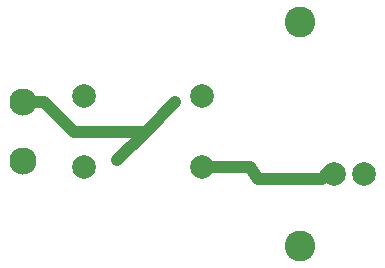
<source format=gbl>
G04 #@! TF.FileFunction,Copper,L2,Bot,Signal*
%FSLAX46Y46*%
G04 Gerber Fmt 4.6, Leading zero omitted, Abs format (unit mm)*
G04 Created by KiCad (PCBNEW 4.0.1-stable) date 3/11/2016 2:16:34 AM*
%MOMM*%
G01*
G04 APERTURE LIST*
%ADD10C,0.100000*%
%ADD11C,2.000000*%
%ADD12C,2.300000*%
%ADD13C,2.600000*%
%ADD14C,1.000000*%
%ADD15C,1.000000*%
G04 APERTURE END LIST*
D10*
D11*
X166870000Y-108600000D03*
X164330000Y-108600000D03*
D12*
X138000000Y-107500000D03*
X138000000Y-102500000D03*
D11*
X143200000Y-102000000D03*
X143200000Y-108000000D03*
X153200000Y-102000000D03*
X153200000Y-108000000D03*
D13*
X161500000Y-95700000D03*
X161500000Y-114700000D03*
D14*
X162000000Y-109000000D03*
X160800000Y-109000000D03*
X146000000Y-107400000D03*
X150900000Y-102500000D03*
X148400000Y-105000000D03*
D15*
X164330000Y-108600000D02*
X163700000Y-108600000D01*
X163700000Y-108600000D02*
X163300000Y-109000000D01*
X163300000Y-109000000D02*
X157900000Y-109000000D01*
X162000000Y-109000000D02*
X162200000Y-109000000D01*
X163700000Y-108600000D02*
X163300000Y-109000000D01*
X153200000Y-108000000D02*
X157200000Y-108000000D01*
X157900000Y-109000000D02*
X160800000Y-109000000D01*
X157200000Y-108000000D02*
X157900000Y-109000000D01*
X163300000Y-109000000D02*
X162200000Y-109000000D01*
X148400000Y-105000000D02*
X146000000Y-107400000D01*
X148400000Y-105000000D02*
X150900000Y-102500000D01*
X138000000Y-102500000D02*
X139800000Y-102500000D01*
X139800000Y-102500000D02*
X142300000Y-105000000D01*
X142300000Y-105000000D02*
X145500000Y-105000000D01*
X145500000Y-105000000D02*
X148400000Y-105000000D01*
X143000000Y-107800000D02*
X143200000Y-108000000D01*
M02*

</source>
